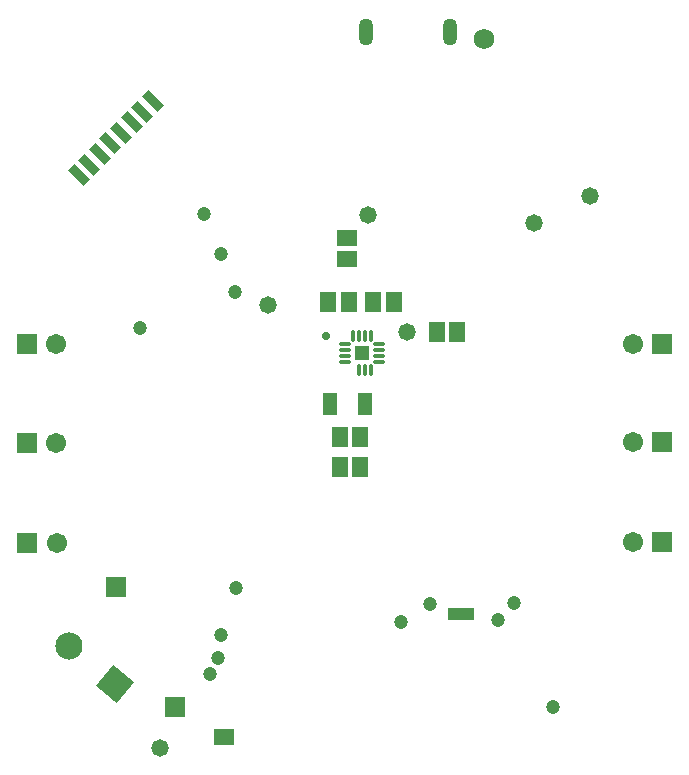
<source format=gbr>
%TF.GenerationSoftware,Altium Limited,Altium Designer,20.0.13 (296)*%
G04 Layer_Color=16711935*
%FSLAX45Y45*%
%MOMM*%
%TF.FileFunction,Soldermask,Bot*%
%TF.Part,Single*%
G01*
G75*
%TA.AperFunction,SMDPad,CuDef*%
G04:AMPARAMS|DCode=66|XSize=1.0632mm|YSize=0.3532mm|CornerRadius=0.1391mm|HoleSize=0mm|Usage=FLASHONLY|Rotation=180.000|XOffset=0mm|YOffset=0mm|HoleType=Round|Shape=RoundedRectangle|*
%AMROUNDEDRECTD66*
21,1,1.06320,0.07500,0,0,180.0*
21,1,0.78500,0.35320,0,0,180.0*
1,1,0.27820,-0.39250,0.03750*
1,1,0.27820,0.39250,0.03750*
1,1,0.27820,0.39250,-0.03750*
1,1,0.27820,-0.39250,-0.03750*
%
%ADD66ROUNDEDRECTD66*%
G04:AMPARAMS|DCode=67|XSize=1.0632mm|YSize=0.3532mm|CornerRadius=0.1391mm|HoleSize=0mm|Usage=FLASHONLY|Rotation=270.000|XOffset=0mm|YOffset=0mm|HoleType=Round|Shape=RoundedRectangle|*
%AMROUNDEDRECTD67*
21,1,1.06320,0.07500,0,0,270.0*
21,1,0.78500,0.35320,0,0,270.0*
1,1,0.27820,-0.03750,-0.39250*
1,1,0.27820,-0.03750,0.39250*
1,1,0.27820,0.03750,0.39250*
1,1,0.27820,0.03750,-0.39250*
%
%ADD67ROUNDEDRECTD67*%
%ADD68R,1.30320X1.30320*%
%ADD69R,1.36320X1.67320*%
%ADD70R,1.34320X1.67320*%
%ADD71R,1.67320X1.36320*%
%TA.AperFunction,ViaPad*%
%ADD72C,1.72720*%
%TA.AperFunction,ComponentPad*%
G04:AMPARAMS|DCode=73|XSize=1.8032mm|YSize=0.8032mm|CornerRadius=0mm|HoleSize=0mm|Usage=FLASHONLY|Rotation=135.000|XOffset=0mm|YOffset=0mm|HoleType=Round|Shape=Rectangle|*
%AMROTATEDRECTD73*
4,1,4,0.92150,-0.35356,0.35356,-0.92150,-0.92150,0.35356,-0.35356,0.92150,0.92150,-0.35356,0.0*
%
%ADD73ROTATEDRECTD73*%

%ADD74R,1.71120X1.71120*%
%ADD75C,1.71120*%
%TA.AperFunction,SMDPad,CuDef*%
%ADD76R,2.20320X1.10320*%
%TA.AperFunction,ComponentPad*%
%ADD77R,1.70320X1.70320*%
%ADD78O,1.25320X2.30320*%
%TA.AperFunction,SMDPad,CuDef*%
%ADD79R,1.17320X1.93320*%
%TA.AperFunction,ComponentPad*%
%ADD80R,1.70320X1.70320*%
%ADD81R,1.70320X1.45320*%
%ADD82C,2.30320*%
%ADD83P,3.25722X4X185.0*%
%TA.AperFunction,ViaPad*%
%ADD84C,1.20320*%
%ADD85C,1.47320*%
%ADD86C,0.70320*%
D66*
X10684500Y8916600D02*
D03*
Y8966600D02*
D03*
Y9016600D02*
D03*
Y9066600D02*
D03*
X10397500D02*
D03*
Y9016600D02*
D03*
Y8966600D02*
D03*
Y8916600D02*
D03*
D67*
X10616000Y9135100D02*
D03*
X10566000D02*
D03*
X10516000D02*
D03*
X10466000D02*
D03*
X10516000Y8848100D02*
D03*
X10566000D02*
D03*
X10616000D02*
D03*
D68*
X10541000Y8991600D02*
D03*
D69*
X11347820Y9169400D02*
D03*
X11171820D02*
D03*
X10527400Y8026400D02*
D03*
X10351400D02*
D03*
X10527400Y8280400D02*
D03*
X10351400D02*
D03*
D70*
X10248800Y9423400D02*
D03*
X10426800Y9423400D02*
D03*
X10807800D02*
D03*
X10629800Y9423400D02*
D03*
D71*
X10414000Y9968600D02*
D03*
Y9792600D02*
D03*
D72*
X11574780Y11650980D02*
D03*
D73*
X8320138Y10679798D02*
D03*
X8409940Y10769600D02*
D03*
X8499742Y10859403D02*
D03*
X8589545Y10949205D02*
D03*
X8679348Y11039008D02*
D03*
X8769150Y11128810D02*
D03*
X8230321Y10589981D02*
D03*
X8142328Y10501988D02*
D03*
D74*
X13081000Y9067800D02*
D03*
X13084081Y8238060D02*
D03*
X13081000Y7391400D02*
D03*
X7700740Y9067800D02*
D03*
X7700200Y8232140D02*
D03*
X7705280Y7386320D02*
D03*
D75*
X12831000Y9067800D02*
D03*
X12834081Y8238060D02*
D03*
X12831000Y7391400D02*
D03*
X7950740Y9067800D02*
D03*
X7950200Y8232140D02*
D03*
X7955280Y7386320D02*
D03*
D76*
X11382405Y6781540D02*
D03*
D77*
X8458200Y7015480D02*
D03*
D78*
X10572760Y11715000D02*
D03*
X11287760D02*
D03*
D79*
X10270401Y8559800D02*
D03*
X10566400D02*
D03*
D80*
X8953500Y5999480D02*
D03*
D81*
X9374480Y5742280D02*
D03*
D82*
X8063489Y6510696D02*
D03*
D83*
X8446511Y6189304D02*
D03*
D84*
X8661400Y9210040D02*
D03*
X11823700Y6878320D02*
D03*
X11112500Y6868160D02*
D03*
X9253480Y6273540D02*
D03*
X9324576Y6408340D02*
D03*
X9343560Y6610180D02*
D03*
X9472460Y7005320D02*
D03*
X10873740Y6713220D02*
D03*
X11694160Y6731000D02*
D03*
X9469120Y9509760D02*
D03*
X9349814Y9832414D02*
D03*
X9203845Y10167620D02*
D03*
X12153900Y5994400D02*
D03*
D85*
X9745980Y9403080D02*
D03*
X8829040Y5651500D02*
D03*
X11997690Y10093960D02*
D03*
X10924540Y9171940D02*
D03*
X12473188Y10325681D02*
D03*
X10591800Y10160000D02*
D03*
D86*
X10238740Y9136380D02*
D03*
%TF.MD5,133d0d894711acb179e734fc1fa77273*%
M02*

</source>
